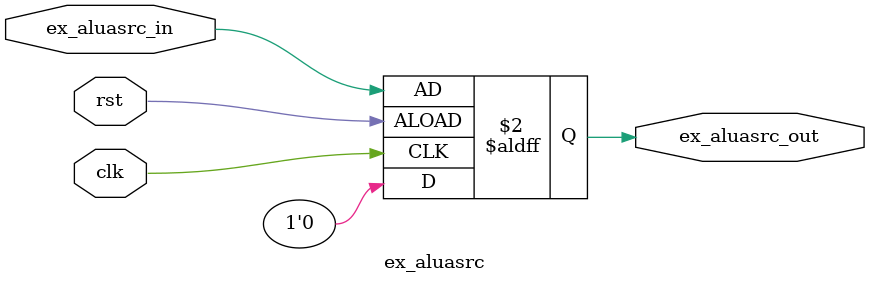
<source format=sv>
module ex_aluasrc(
    input logic clk,
    input logic rst,
    input logic ex_aluasrc_in = 1'b0, 
    output logic ex_aluasrc_out
     
);

    always_ff @(posedge clk or negedge rst) begin
        if (rst) begin
            ex_aluasrc_out <= 1'b0; 
        end else begin
            ex_aluasrc_out <= ex_aluasrc_in; 
        end
    end
endmodule
</source>
